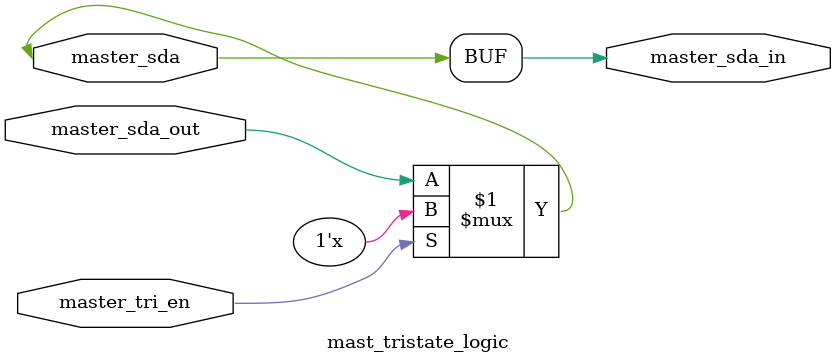
<source format=v>
module mast_tristate_logic(
    master_sda_out,
    master_tri_en,
    master_sda_in,
    master_sda
);
    // port declaration //
    input master_tri_en, master_sda_out;
    inout master_sda;
    output master_sda_in;

    bufif0 b1(master_sda, master_sda_out, master_tri_en);
    buf b2(master_sda_in, master_sda);
endmodule
</source>
